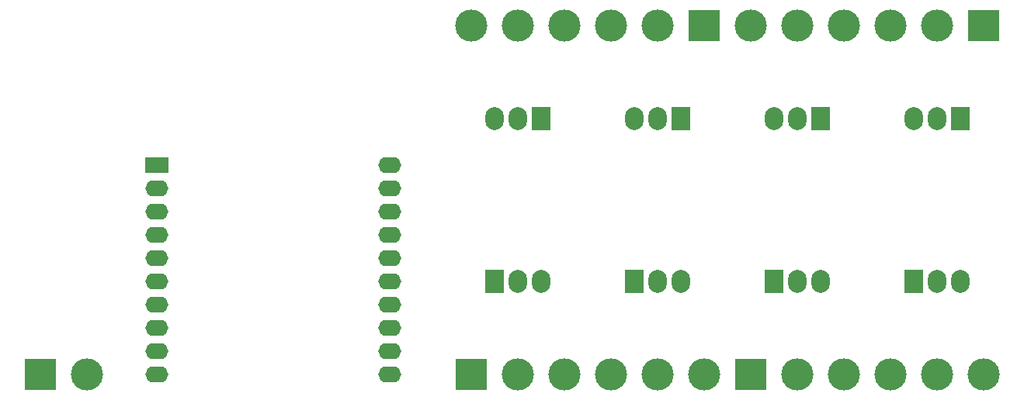
<source format=gbs>
G04 #@! TF.GenerationSoftware,KiCad,Pcbnew,(6.0.4)*
G04 #@! TF.CreationDate,2022-03-29T14:19:39-03:00*
G04 #@! TF.ProjectId,ESP-pwm_8ch-V1,4553502d-7077-46d5-9f38-63682d56312e,rev?*
G04 #@! TF.SameCoordinates,Original*
G04 #@! TF.FileFunction,Soldermask,Bot*
G04 #@! TF.FilePolarity,Negative*
%FSLAX46Y46*%
G04 Gerber Fmt 4.6, Leading zero omitted, Abs format (unit mm)*
G04 Created by KiCad (PCBNEW (6.0.4)) date 2022-03-29 14:19:39*
%MOMM*%
%LPD*%
G01*
G04 APERTURE LIST*
%ADD10R,2.500000X1.750000*%
%ADD11O,2.500000X1.750000*%
%ADD12R,2.000000X2.500000*%
%ADD13O,2.000000X2.500000*%
%ADD14R,3.500000X3.500000*%
%ADD15C,3.500000*%
G04 APERTURE END LIST*
D10*
X82550000Y-93980000D03*
D11*
X82550000Y-96520000D03*
X82550000Y-99060000D03*
X82550000Y-101600000D03*
X82550000Y-104140000D03*
X82550000Y-106680000D03*
X82550000Y-109220000D03*
X82550000Y-111760000D03*
X82550000Y-114300000D03*
X82550000Y-116840000D03*
X107950000Y-116840000D03*
X107950000Y-114300000D03*
X107950000Y-111760000D03*
X107950000Y-109220000D03*
X107950000Y-106680000D03*
X107950000Y-104140000D03*
X107950000Y-101600000D03*
X107950000Y-99060000D03*
X107950000Y-96520000D03*
X107950000Y-93980000D03*
D12*
X134620000Y-106680000D03*
D13*
X137160000Y-106680000D03*
X139700000Y-106680000D03*
D14*
X142240000Y-78740000D03*
D15*
X137160000Y-78740000D03*
X132080000Y-78740000D03*
X127000000Y-78740000D03*
X121920000Y-78740000D03*
X116840000Y-78740000D03*
D12*
X119380000Y-106680000D03*
D13*
X121920000Y-106680000D03*
X124460000Y-106680000D03*
D12*
X139700000Y-88900000D03*
D13*
X137160000Y-88900000D03*
X134620000Y-88900000D03*
D12*
X165100000Y-106680000D03*
D13*
X167640000Y-106680000D03*
X170180000Y-106680000D03*
D14*
X147320000Y-116840000D03*
D15*
X152400000Y-116840000D03*
X157480000Y-116840000D03*
X162560000Y-116840000D03*
X167640000Y-116840000D03*
X172720000Y-116840000D03*
D12*
X149860000Y-106680000D03*
D13*
X152400000Y-106680000D03*
X154940000Y-106680000D03*
D14*
X116840000Y-116840000D03*
D15*
X121920000Y-116840000D03*
X127000000Y-116840000D03*
X132080000Y-116840000D03*
X137160000Y-116840000D03*
X142240000Y-116840000D03*
D14*
X172720000Y-78740000D03*
D15*
X167640000Y-78740000D03*
X162560000Y-78740000D03*
X157480000Y-78740000D03*
X152400000Y-78740000D03*
X147320000Y-78740000D03*
D12*
X170180000Y-88900000D03*
D13*
X167640000Y-88900000D03*
X165100000Y-88900000D03*
D12*
X154940000Y-88900000D03*
D13*
X152400000Y-88900000D03*
X149860000Y-88900000D03*
D12*
X124460000Y-88900000D03*
D13*
X121920000Y-88900000D03*
X119380000Y-88900000D03*
D14*
X69850000Y-116840000D03*
D15*
X74930000Y-116840000D03*
M02*

</source>
